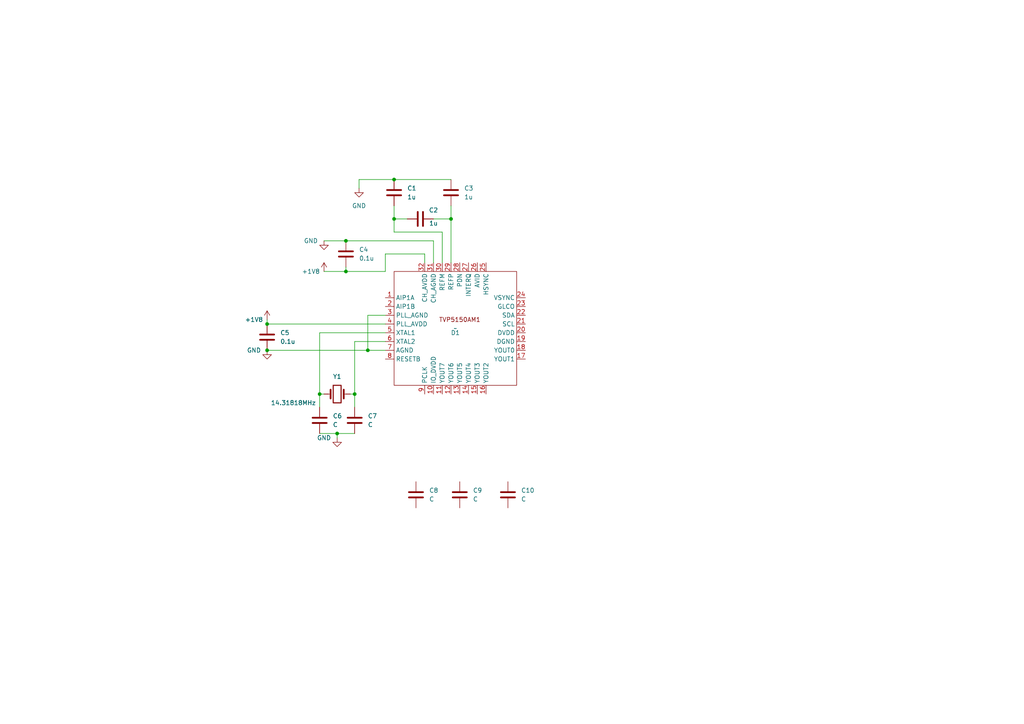
<source format=kicad_sch>
(kicad_sch (version 20230121) (generator eeschema)
  (paper "A4")
  (lib_symbols
    (symbol "Device:C" (pin_numbers hide) (pin_names (offset 0.254))
      (property "Reference" "C" (at 0.635 2.54 0))
      (property "Value" "C" (at 0.635 -2.54 0))
      (symbol "C_0_1"
        (polyline (pts (xy -2.032 -0.762) (xy 2.032 -0.762)) (stroke (width 0.508)))
        (polyline (pts (xy -2.032 0.762) (xy 2.032 0.762)) (stroke (width 0.508)))
      )
      (symbol "C_1_1"
        (pin passive line (at 0 3.81 270) (length 2.794) (name "~") (number "1"))
        (pin passive line (at 0 -3.81 90) (length 2.794) (name "~") (number "2"))
      )
    )
    (symbol "Device:Crystal" (pin_numbers hide) (pin_names (offset 1.016) hide)
      (property "Reference" "Y" (at 0 3.81 0))
      (property "Value" "Crystal" (at 0 -3.81 0))
      (symbol "Crystal_0_1"
        (rectangle (start -1.143 2.54) (end 1.143 -2.54) (stroke (width 0.3048)))
        (polyline (pts (xy -2.54 0) (xy -1.905 0)))
        (polyline (pts (xy -1.905 -1.27) (xy -1.905 1.27)) (stroke (width 0.508)))
        (polyline (pts (xy 1.905 -1.27) (xy 1.905 1.27)) (stroke (width 0.508)))
        (polyline (pts (xy 2.54 0) (xy 1.905 0)))
      )
      (symbol "Crystal_1_1"
        (pin passive line (at -3.81 0 0) (length 1.27) (name "1") (number "1"))
        (pin passive line (at 3.81 0 180) (length 1.27) (name "2") (number "2"))
      )
    )
    (symbol "HeoLib:TVP5150AM1"
      (property "Reference" "D" (at -3.81 -2.54 0))
      (symbol "TVP5150AM1_0_1"
        (rectangle (start -17.78 16.51) (end 17.78 -16.51))
      )
      (symbol "TVP5150AM1_1_1"
        (text "TVP5150AM1" (at 1.27 2.54 0) (effects (font (size 1.27 1.27))))
        (pin input line (at -20.32 8.89 0) (length 2.54) (name "AIP1A") (number "1"))
        (pin power_in line (at -6.35 -19.05 90) (length 2.54) (name "IO_DVDD") (number "10"))
        (pin bidirectional line (at -3.81 -19.05 90) (length 2.54) (name "YOUT7") (number "11"))
        (pin output line (at -1.27 -19.05 90) (length 2.54) (name "YOUT6") (number "12"))
        (pin output line (at 1.27 -19.05 90) (length 2.54) (name "YOUT5") (number "13"))
        (pin output line (at 3.81 -19.05 90) (length 2.54) (name "YOUT4") (number "14"))
        (pin output line (at 6.35 -19.05 90) (length 2.54) (name "YOUT3") (number "15"))
        (pin output line (at 8.89 -19.05 90) (length 2.54) (name "YOUT2") (number "16"))
        (pin output line (at 20.32 -8.89 180) (length 2.54) (name "YOUT1") (number "17"))
        (pin output line (at 20.32 -6.35 180) (length 2.54) (name "YOUT0") (number "18"))
        (pin power_in line (at 20.32 -3.81 180) (length 2.54) (name "DGND") (number "19"))
        (pin input line (at -20.32 6.35 0) (length 2.54) (name "AIP1B") (number "2"))
        (pin power_in line (at 20.32 -1.27 180) (length 2.54) (name "DVDD") (number "20"))
        (pin input line (at 20.32 1.27 180) (length 2.54) (name "SCL") (number "21"))
        (pin bidirectional line (at 20.32 3.81 180) (length 2.54) (name "SDA") (number "22"))
        (pin output line (at 20.32 6.35 180) (length 2.54) (name "GLCO") (number "23"))
        (pin output line (at 20.32 8.89 180) (length 2.54) (name "VSYNC") (number "24"))
        (pin output line (at 8.89 19.05 270) (length 2.54) (name "HSYNC") (number "25"))
        (pin output line (at 6.35 19.05 270) (length 2.54) (name "AVID") (number "26"))
        (pin output line (at 3.81 19.05 270) (length 2.54) (name "INTERQ") (number "27"))
        (pin input line (at 1.27 19.05 270) (length 2.54) (name "PDN") (number "28"))
        (pin input line (at -1.27 19.05 270) (length 2.54) (name "REFP") (number "29"))
        (pin power_in line (at -20.32 3.81 0) (length 2.54) (name "PLL_AGND") (number "3"))
        (pin input line (at -3.81 19.05 270) (length 2.54) (name "REFM") (number "30"))
        (pin power_in line (at -6.35 19.05 270) (length 2.54) (name "CH_AGND") (number "31"))
        (pin power_in line (at -8.89 19.05 270) (length 2.54) (name "CH_AVDD") (number "32"))
        (pin power_in line (at -20.32 1.27 0) (length 2.54) (name "PLL_AVDD") (number "4"))
        (pin input line (at -20.32 -1.27 0) (length 2.54) (name "XTAL1") (number "5"))
        (pin input line (at -20.32 -3.81 0) (length 2.54) (name "XTAL2") (number "6"))
        (pin power_in line (at -20.32 -6.35 0) (length 2.54) (name "AGND") (number "7"))
        (pin input line (at -20.32 -8.89 0) (length 2.54) (name "RESETB") (number "8"))
        (pin output line (at -8.89 -19.05 90) (length 2.54) (name "PCLK") (number "9"))
      )
    )
    (symbol "power:+1V8" (power) (pin_names (offset 0))
      (property "Value" "+1V8" (at 0 3.556 0))
      (symbol "+1V8_0_1"
        (polyline (pts (xy -0.762 1.27) (xy 0 2.54)))
        (polyline (pts (xy 0 0) (xy 0 2.54)))
        (polyline (pts (xy 0 2.54) (xy 0.762 1.27)))
      )
      (symbol "+1V8_1_1"
        (pin power_in line (at 0 0 90) (length 0) hide (name "+1V8") (number "1"))
      )
    )
    (symbol "power:GND" (power) (pin_names (offset 0))
      (property "Value" "GND" (at 0 -3.81 0))
      (symbol "GND_0_1"
        (polyline (pts (xy 0 0) (xy 0 -1.27) (xy 1.27 -1.27) (xy 0 -2.54) (xy -1.27 -1.27) (xy 0 -1.27)))
      )
      (symbol "GND_1_1"
        (pin power_in line (at 0 0 270) (length 0) hide (name "GND") (number "1"))
      )
    )
  )
  (junction (at 77.47 93.98))
  (junction (at 130.81 63.5))
  (junction (at 77.47 101.6))
  (junction (at 106.68 101.6))
  (junction (at 114.3 63.5))
  (junction (at 102.87 114.3))
  (junction (at 92.71 114.3))
  (junction (at 114.3 52.07))
  (junction (at 100.33 78.74))
  (junction (at 100.33 69.85))
  (junction (at 97.79 125.73))
  (wire (pts (xy 111.76 99.06) (xy 102.87 99.06)))
  (wire (pts (xy 128.27 76.2) (xy 128.27 67.31)))
  (wire (pts (xy 111.76 91.44) (xy 106.68 91.44)))
  (wire (pts (xy 93.98 78.74) (xy 100.33 78.74)))
  (wire (pts (xy 114.3 59.69) (xy 114.3 63.5)))
  (wire (pts (xy 100.33 78.74) (xy 111.76 78.74)))
  (wire (pts (xy 101.6 114.3) (xy 102.87 114.3)))
  (wire (pts (xy 130.81 59.69) (xy 130.81 63.5)))
  (wire (pts (xy 125.73 63.5) (xy 130.81 63.5)))
  (wire (pts (xy 114.3 67.31) (xy 114.3 63.5)))
  (wire (pts (xy 92.71 96.52) (xy 92.71 114.3)))
  (wire (pts (xy 102.87 114.3) (xy 102.87 118.11)))
  (wire (pts (xy 128.27 67.31) (xy 114.3 67.31)))
  (wire (pts (xy 106.68 91.44) (xy 106.68 101.6)))
  (wire (pts (xy 111.76 101.6) (xy 106.68 101.6)))
  (wire (pts (xy 104.14 52.07) (xy 114.3 52.07)))
  (wire (pts (xy 97.79 125.73) (xy 102.87 125.73)))
  (wire (pts (xy 100.33 78.74) (xy 100.33 77.47)))
  (wire (pts (xy 114.3 63.5) (xy 118.11 63.5)))
  (wire (pts (xy 123.19 73.66) (xy 111.76 73.66)))
  (wire (pts (xy 97.79 125.73) (xy 97.79 127)))
  (wire (pts (xy 92.71 96.52) (xy 111.76 96.52)))
  (wire (pts (xy 92.71 125.73) (xy 97.79 125.73)))
  (wire (pts (xy 93.98 69.85) (xy 100.33 69.85)))
  (wire (pts (xy 100.33 69.85) (xy 125.73 69.85)))
  (wire (pts (xy 104.14 54.61) (xy 104.14 52.07)))
  (wire (pts (xy 123.19 76.2) (xy 123.19 73.66)))
  (wire (pts (xy 130.81 63.5) (xy 130.81 76.2)))
  (wire (pts (xy 102.87 99.06) (xy 102.87 114.3)))
  (wire (pts (xy 125.73 76.2) (xy 125.73 69.85)))
  (wire (pts (xy 114.3 52.07) (xy 130.81 52.07)))
  (wire (pts (xy 111.76 73.66) (xy 111.76 78.74)))
  (wire (pts (xy 92.71 114.3) (xy 92.71 118.11)))
  (wire (pts (xy 92.71 114.3) (xy 93.98 114.3)))
  (wire (pts (xy 77.47 92.71) (xy 77.47 93.98)))
  (wire (pts (xy 77.47 101.6) (xy 106.68 101.6)))
  (wire (pts (xy 77.47 93.98) (xy 111.76 93.98)))
  (symbol (lib_id "Device:Crystal") (at 97.79 114.3 0) (unit 1)
    (property "Reference" "Y1" (at 97.79 109.22 0))
    (property "Value" "14.31818MHz" (at 85.09 116.84 0))
  )
  (symbol (lib_id "power:GND") (at 93.98 69.85 0) (unit 1)
    (property "Reference" "#PWR03" (effects hide))
    (property "Value" "GND" (at 90.17 69.85 0))
  )
  (symbol (lib_id "Device:C") (at 92.71 121.92 0) (unit 1)
    (property "Reference" "C6" (at 96.52 120.65 0) (effects (justify left)))
    (property "Value" "C" (at 96.52 123.19 0) (effects (justify left)))
  )
  (symbol (lib_id "Device:C") (at 130.81 55.88 0) (unit 1)
    (property "Reference" "C3" (at 134.62 54.61 0) (effects (justify left)))
    (property "Value" "1u" (at 134.62 57.15 0) (effects (justify left)))
  )
  (symbol (lib_id "Device:C") (at 102.87 121.92 0) (unit 1)
    (property "Reference" "C7" (at 106.68 120.65 0) (effects (justify left)))
    (property "Value" "C" (at 106.68 123.19 0) (effects (justify left)))
  )
  (symbol (lib_id "Device:C") (at 100.33 73.66 0) (unit 1)
    (property "Reference" "C4" (at 104.14 72.39 0) (effects (justify left)))
    (property "Value" "0.1u" (at 104.14 74.93 0) (effects (justify left)))
  )
  (symbol (lib_id "HeoLib:TVP5150AM1") (at 132.08 95.25 0) (unit 1)
    (property "Reference" "D1" (at 132.08 96.52 0))
    (property "Value" "~" (at 132.08 95.25 0))
  )
  (symbol (lib_id "power:GND") (at 104.14 54.61 0) (unit 1)
    (property "Reference" "#PWR01" (effects hide))
    (property "Value" "GND" (at 104.14 59.69 0))
  )
  (symbol (lib_id "power:GND") (at 77.47 101.6 0) (unit 1)
    (property "Reference" "#PWR04" (effects hide))
    (property "Value" "GND" (at 73.66 101.6 0))
  )
  (symbol (lib_id "power:+1V8") (at 93.98 78.74 0) (unit 1)
    (property "Reference" "#PWR02" (effects hide))
    (property "Value" "+1V8" (at 90.17 78.74 0))
  )
  (symbol (lib_id "power:+1V8") (at 77.47 92.71 0) (unit 1)
    (property "Reference" "#PWR05" (effects hide))
    (property "Value" "+1V8" (at 73.66 92.71 0))
  )
  (symbol (lib_id "Device:C") (at 114.3 55.88 0) (unit 1)
    (property "Reference" "C1" (at 118.11 54.61 0) (effects (justify left)))
    (property "Value" "1u" (at 118.11 57.15 0) (effects (justify left)))
  )
  (symbol (lib_id "Device:C") (at 120.65 143.51 0) (unit 1)
    (property "Reference" "C8" (at 124.46 142.24 0) (effects (justify left)))
    (property "Value" "C" (at 124.46 144.78 0) (effects (justify left)))
  )
  (symbol (lib_id "Device:C") (at 77.47 97.79 0) (unit 1)
    (property "Reference" "C5" (at 81.28 96.52 0) (effects (justify left)))
    (property "Value" "0.1u" (at 81.28 99.06 0) (effects (justify left)))
  )
  (symbol (lib_id "Device:C") (at 133.35 143.51 0) (unit 1)
    (property "Reference" "C9" (at 137.16 142.24 0) (effects (justify left)))
    (property "Value" "C" (at 137.16 144.78 0) (effects (justify left)))
  )
  (symbol (lib_id "power:GND") (at 97.79 127 0) (unit 1)
    (property "Reference" "#PWR06" (effects hide))
    (property "Value" "GND" (at 93.98 127 0))
  )
  (symbol (lib_id "Device:C") (at 121.92 63.5 270) (unit 1)
    (property "Reference" "C2" (at 125.73 60.96 90))
    (property "Value" "1u" (at 125.73 64.77 90))
  )
  (symbol (lib_id "Device:C") (at 147.32 143.51 0) (unit 1)
    (property "Reference" "C10" (at 151.13 142.24 0) (effects (justify left)))
    (property "Value" "C" (at 151.13 144.78 0) (effects (justify left)))
  )
)
</source>
